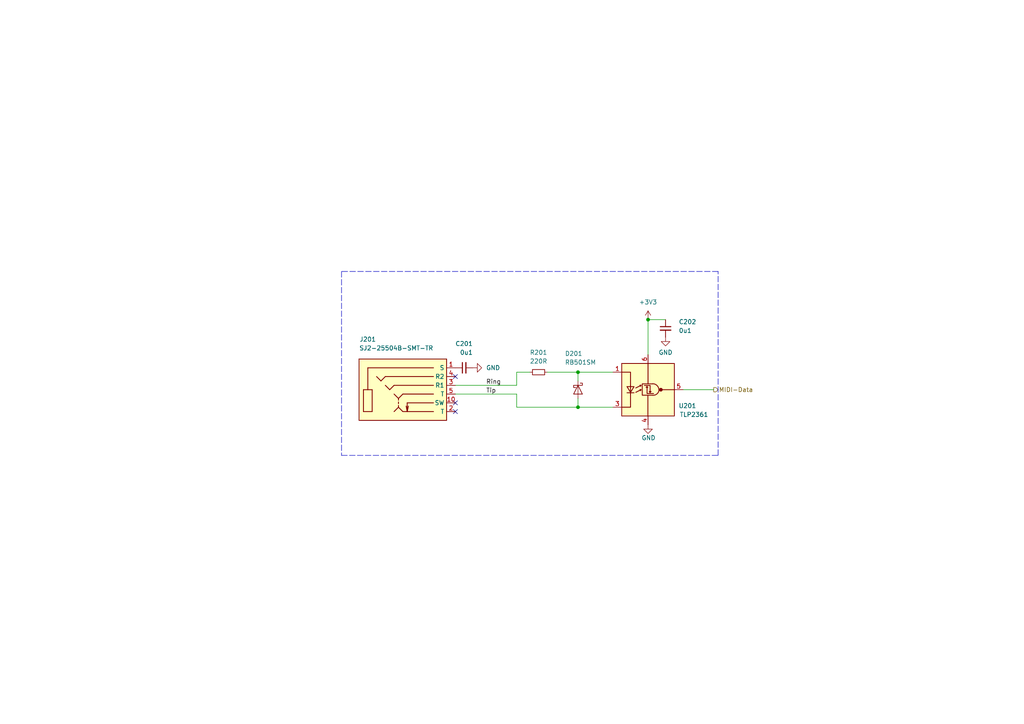
<source format=kicad_sch>
(kicad_sch (version 20230121) (generator eeschema)
  (paper "A4")
  (title_block (title "MIDI In") (date "2023-06-03") (rev "1"))
  (lib_symbols
    (symbol "Device:C_Small" (pin_numbers hide) (pin_names (offset 0.254) hide)
      (property "Reference" "C" (at 0.254 1.778 0))
      (property "Value" "C_Small" (at 0.254 -2.032 0))
      (symbol "C_Small_0_1"
        (polyline (pts (xy -1.524 -0.508) (xy 1.524 -0.508)) (stroke (width 0.3302)))
        (polyline (pts (xy -1.524 0.508) (xy 1.524 0.508)) (stroke (width 0.3048)))
      )
      (symbol "C_Small_1_1"
        (pin passive line (at 0 2.54 270) (length 2.032) (name "~") (number "1"))
        (pin passive line (at 0 -2.54 90) (length 2.032) (name "~") (number "2"))
      )
    )
    (symbol "Device:R_Small" (pin_numbers hide) (pin_names (offset 0.254) hide)
      (property "Reference" "R" (at 0.762 0.508 0))
      (property "Value" "R_Small" (at 0.762 -1.016 0))
      (symbol "R_Small_0_1"
        (rectangle (start -0.762 1.778) (end 0.762 -1.778) (stroke (width 0.2032)))
      )
      (symbol "R_Small_1_1"
        (pin passive line (at 0 2.54 270) (length 0.762) (name "~") (number "1"))
        (pin passive line (at 0 -2.54 90) (length 0.762) (name "~") (number "2"))
      )
    )
    (symbol "V2_Connector_Audio:SJ2-25504B-SMT-TR" (pin_names (offset 0.635))
      (property "Reference" "J" (at -12.4714 13.2334 0))
      (property "Value" "SJ2-25504B-SMT-TR" (at -12.7254 10.7696 0))
      (symbol "SJ2-25504B-SMT-TR_0_0"
        (rectangle (start -12.7 8.89) (end 12.7 -8.89) (stroke (width 0.254)) (fill (type background)))
        (polyline (pts (xy -8.89 -6.35) (xy -1.27 -6.35)) (stroke (width 0.254)))
        (polyline (pts (xy -8.89 -1.27) (xy 0 -1.27)) (stroke (width 0.254)))
        (polyline (pts (xy -8.89 3.81) (xy 5.08 3.81)) (stroke (width 0.254)))
        (polyline (pts (xy -1.27 -6.35) (xy -1.6002 -4.7752)) (stroke (width 0.254)))
        (polyline (pts (xy -1.27 -6.35) (xy -1.27 -3.81)) (stroke (width 0.254)))
        (polyline (pts (xy -1.27 -6.35) (xy -0.9652 -4.7752)) (stroke (width 0.254)))
        (polyline (pts (xy -1.27 -3.81) (xy -8.89 -3.81)) (stroke (width 0.254)))
        (polyline (pts (xy 0 -6.35) (xy -1.27 -6.35)) (stroke (width 0.254)))
        (polyline (pts (xy 0 -1.27) (xy 1.27 -2.54)) (stroke (width 0.254)))
        (polyline (pts (xy 1.27 -5.08) (xy 0 -6.35)) (stroke (width 0.254)))
        (polyline (pts (xy 1.27 -4.572) (xy 1.27 -5.08)) (stroke (width 0.254)))
        (polyline (pts (xy 1.27 -4.064) (xy 1.27 -3.556)) (stroke (width 0.254)))
        (polyline (pts (xy 1.27 -2.54) (xy 1.27 -3.048)) (stroke (width 0.254)))
        (polyline (pts (xy 1.27 -2.54) (xy 2.54 -1.27)) (stroke (width 0.254)))
        (polyline (pts (xy 2.54 -6.35) (xy 1.27 -5.08)) (stroke (width 0.254)))
        (polyline (pts (xy 2.54 1.27) (xy -8.89 1.27)) (stroke (width 0.254)))
        (polyline (pts (xy 2.54 1.27) (xy 3.81 0)) (stroke (width 0.254)))
        (polyline (pts (xy 3.81 0) (xy 5.08 1.27)) (stroke (width 0.254)))
        (polyline (pts (xy 6.35 2.54) (xy 5.08 3.81)) (stroke (width 0.254)))
        (polyline (pts (xy 7.62 3.81) (xy 6.35 2.54)) (stroke (width 0.254)))
        (polyline (pts (xy 8.89 -6.35) (xy 11.43 -6.35)) (stroke (width 0.254)))
        (polyline (pts (xy 8.89 0) (xy 8.89 -6.35)) (stroke (width 0.254)))
        (polyline (pts (xy 10.16 0) (xy 8.89 0)) (stroke (width 0.254)))
        (polyline (pts (xy 10.16 0) (xy 10.16 6.35)) (stroke (width 0.254)))
        (polyline (pts (xy 10.16 6.35) (xy -8.89 6.35)) (stroke (width 0.254)))
        (polyline (pts (xy 11.43 -6.35) (xy 11.43 0)) (stroke (width 0.254)))
        (polyline (pts (xy 11.43 0) (xy 10.16 0)) (stroke (width 0.254)))
        (pin passive line (at -15.24 6.35 0) (length 2.54) (name "S") (number "1"))
        (pin passive line (at -15.24 -3.81 0) (length 2.54) (name "SW") (number "10"))
        (pin passive line (at -15.24 -6.35 0) (length 2.54) (name "T") (number "2"))
        (pin passive line (at -15.24 1.27 0) (length 2.54) (name "R1") (number "3"))
        (pin passive line (at -15.24 3.81 0) (length 2.54) (name "R2") (number "4"))
        (pin passive line (at -15.24 -1.27 0) (length 2.54) (name "T") (number "5"))
      )
    )
    (symbol "V2_Diode:RB501SM" (pin_numbers hide) (pin_names hide)
      (property "Reference" "D" (at 0 2.54 0))
      (property "Value" "RB501SM" (at 0 -3.81 0))
      (symbol "RB501SM_0_1"
        (polyline (pts (xy 1.27 0) (xy -1.27 0)))
        (polyline (pts (xy 1.27 1.27) (xy 1.27 -1.27) (xy -1.27 0) (xy 1.27 1.27)) (stroke (width 0.2032)))
        (polyline (pts (xy -1.905 0.635) (xy -1.905 1.27) (xy -1.27 1.27) (xy -1.27 -1.27) (xy -0.635 -1.27) (xy -0.635 -0.635)) (stroke (width 0.2032)))
      )
      (symbol "RB501SM_1_1"
        (pin passive line (at -2.54 0 0) (length 1.27) (name "K") (number "1"))
        (pin passive line (at 2.54 0 180) (length 1.27) (name "A") (number "2"))
      )
    )
    (symbol "V2_Isolator:TLP2361" (pin_names (offset 1.016) hide)
      (property "Reference" "U" (at -7.112 8.89 0))
      (property "Value" "TLP2361" (at 1.016 9.144 0))
      (symbol "TLP2361_0_1"
        (rectangle (start -7.62 7.62) (end 7.62 -7.62) (stroke (width 0.254)) (fill (type background)))
        (polyline (pts (xy -6.096 -0.889) (xy -4.064 -0.889)) (stroke (width 0.254)))
        (polyline (pts (xy -5.08 -1.27) (xy -5.08 -0.9144)) (stroke (width 0.254)))
        (polyline (pts (xy -5.08 1.016) (xy -5.08 -0.762)) (stroke (width 0.254)))
        (polyline (pts (xy -5.08 1.27) (xy -5.08 0.9144)) (stroke (width 0.254)))
        (polyline (pts (xy -3.556 -0.762) (xy -2.032 0)) (stroke (width 0.254)))
        (polyline (pts (xy -3.556 0.508) (xy -2.032 1.27)) (stroke (width 0.254)))
        (polyline (pts (xy -2.032 0) (xy -2.3368 0.0508)) (stroke (width 0.254)))
        (polyline (pts (xy -2.032 0) (xy -2.1844 -0.3048)) (stroke (width 0.254)))
        (polyline (pts (xy -2.032 1.27) (xy -2.3368 1.3208)) (stroke (width 0.254)))
        (polyline (pts (xy -2.032 1.27) (xy -2.1844 0.9652)) (stroke (width 0.254)))
        (polyline (pts (xy -0.0508 -7.6962) (xy -0.0508 -1.7272)) (stroke (width 0.254)))
        (polyline (pts (xy 0 7.6454) (xy 0 1.8034)) (stroke (width 0.254)))
        (polyline (pts (xy 0.8382 -0.5334) (xy 0.5842 -0.8128)) (stroke (width 0.254)))
        (polyline (pts (xy 7.747 0) (xy 4.064 0)) (stroke (width 0.254)))
        (polyline (pts (xy -7.62 -5.08) (xy -5.08 -5.08) (xy -5.08 -1.27)) (stroke (width 0.254)))
        (polyline (pts (xy -5.08 1.27) (xy -5.08 5.08) (xy -7.62 5.08)) (stroke (width 0.254)))
        (polyline (pts (xy -0.2794 0.6604) (xy -0.2794 -1.1176) (xy 1.6002 -1.1176)) (stroke (width 0.254)))
        (polyline (pts (xy 0.5842 -0.7874) (xy 0.3302 -0.5334) (xy 0.8382 -0.5334)) (stroke (width 0.254)))
        (polyline (pts (xy 0.6096 -0.8128) (xy 0.6096 1.2446) (xy -1.0668 1.2446)) (stroke (width 0.254)))
        (polyline (pts (xy -6.096 0.889) (xy -4.064 0.889) (xy -5.08 -0.762) (xy -6.096 0.889)) (stroke (width 0.254)))
        (polyline (pts (xy -0.3048 0.9398) (xy -0.5588 0.6858) (xy -0.0508 0.6858) (xy -0.3048 0.9398)) (stroke (width 0.254)))
        (polyline (pts (xy 1.3716 1.7018) (xy -1.6764 1.7018) (xy -1.6764 -1.6002) (xy 1.3716 -1.6002)) (stroke (width 0.254)))
        (arc (start 1.397 -1.6002) (mid 2.6016 -1.2064) (end 3.175 -0.0762) (stroke (width 0.254)))
        (arc (start 3.1496 -0.0508) (mid 2.6235 1.2011) (end 1.3716 1.7272) (stroke (width 0.254)))
        (circle (center 3.7084 0) (radius 0.4572) (fill (type outline)))
      )
      (symbol "TLP2361_1_1"
        (pin passive line (at -10.16 5.08 0) (length 2.54) (name "A") (number "1"))
        (pin no_connect line (at 3.81 -24.13 0) (length 2.54) hide (name "NC") (number "2"))
        (pin passive line (at -10.16 -5.08 0) (length 2.54) (name "K") (number "3"))
        (pin power_in line (at 0 -10.16 90) (length 2.54) (name "GND") (number "4"))
        (pin output line (at 10.16 0 180) (length 2.54) (name "VO") (number "5"))
        (pin power_in line (at 0 10.16 270) (length 2.54) (name "VDD") (number "6"))
      )
    )
    (symbol "power:+3V3" (power) (pin_names (offset 0))
      (property "Value" "+3V3" (at 0 3.556 0))
      (symbol "+3V3_0_1"
        (polyline (pts (xy -0.762 1.27) (xy 0 2.54)))
        (polyline (pts (xy 0 0) (xy 0 2.54)))
        (polyline (pts (xy 0 2.54) (xy 0.762 1.27)))
      )
      (symbol "+3V3_1_1"
        (pin power_in line (at 0 0 90) (length 0) hide (name "+3V3") (number "1"))
      )
    )
    (symbol "power:GND" (power) (pin_names (offset 0))
      (property "Value" "GND" (at 0 -3.81 0))
      (symbol "GND_0_1"
        (polyline (pts (xy 0 0) (xy 0 -1.27) (xy 1.27 -1.27) (xy 0 -2.54) (xy -1.27 -1.27) (xy 0 -1.27)))
      )
      (symbol "GND_1_1"
        (pin power_in line (at 0 0 270) (length 0) hide (name "GND") (number "1"))
      )
    )
  )
  (junction (at 187.96 92.71))
  (junction (at 167.64 118.11))
  (junction (at 167.64 107.95))
  (no_connect (at 132.08 116.84))
  (no_connect (at 132.08 109.22))
  (no_connect (at 132.08 119.38))
  (wire (pts (xy 149.86 118.11) (xy 167.64 118.11)))
  (wire (pts (xy 149.86 111.76) (xy 132.08 111.76)))
  (wire (pts (xy 149.86 107.95) (xy 149.86 111.76)))
  (wire (pts (xy 158.75 107.95) (xy 167.64 107.95)))
  (wire (pts (xy 167.64 118.11) (xy 177.8 118.11)))
  (polyline (pts (xy 208.28 78.74) (xy 99.06 78.74)) (stroke (width 0) (type dash)))
  (wire (pts (xy 167.64 107.95) (xy 177.8 107.95)))
  (wire (pts (xy 198.12 113.03) (xy 207.01 113.03)))
  (wire (pts (xy 167.64 107.95) (xy 167.64 110.49)))
  (wire (pts (xy 132.08 114.3) (xy 149.86 114.3)))
  (wire (pts (xy 187.96 92.71) (xy 187.96 102.87)))
  (wire (pts (xy 149.86 114.3) (xy 149.86 118.11)))
  (wire (pts (xy 167.64 115.57) (xy 167.64 118.11)))
  (wire (pts (xy 153.67 107.95) (xy 149.86 107.95)))
  (polyline (pts (xy 208.28 132.08) (xy 208.28 78.74)) (stroke (width 0) (type dash)))
  (wire (pts (xy 187.96 92.71) (xy 193.04 92.71)))
  (polyline (pts (xy 99.06 132.08) (xy 208.28 132.08)) (stroke (width 0) (type dash)))
  (polyline (pts (xy 99.06 78.74) (xy 99.06 132.08)) (stroke (width 0) (type dash)))
  (label "Ring" (at 140.97 111.76 0))
  (label "Tip" (at 140.97 114.3 0))
  (hierarchical_label "MIDI-Data" (shape output) (at 207.01 113.03 0))
  (symbol (lib_id "power:GND") (at 187.96 123.19 0) (unit 1)
    (property "Reference" "#PWR0203" (effects hide))
    (property "Value" "GND" (at 186.055 126.9999 0) (effects (justify left)))
  )
  (symbol (lib_id "Device:R_Small") (at 156.21 107.95 90) (unit 1)
    (property "Reference" "R201" (at 156.21 102.235 90))
    (property "Value" "220R" (at 156.21 104.775 90))
    (property "Footprint" "Resistor_SMD:R_0603_1608Metric" (effects hide))
  )
  (symbol (lib_id "power:GND") (at 137.16 106.68 90) (unit 1)
    (property "Reference" "#PWR0201" (effects hide))
    (property "Value" "GND" (at 140.97 106.6799 90) (effects (justify right)))
  )
  (symbol (lib_id "Device:C_Small") (at 134.62 106.68 90) (unit 1)
    (property "Reference" "C201" (at 137.1662 99.695 90) (effects (justify left)))
    (property "Value" "0u1" (at 137.1662 102.235 90) (effects (justify left)))
    (property "Footprint" "Capacitor_SMD:C_0603_1608Metric" (effects hide))
  )
  (symbol (lib_id "V2_Diode:RB501SM") (at 167.64 113.03 270) (unit 1)
    (property "Reference" "D201" (at 163.83 102.5524 90) (effects (justify left)))
    (property "Value" "RB501SM" (at 163.83 105.0924 90) (effects (justify left)))
    (property "Footprint" "Diode_SMD:D_SOD-523" (effects hide))
  )
  (symbol (lib_id "V2_Isolator:TLP2361") (at 187.96 113.03 0) (unit 1)
    (property "Reference" "U201" (at 199.39 117.7036 0))
    (property "Value" "TLP2361" (at 201.295 120.2436 0))
    (property "Footprint" "Package_SO:SO-6_4.4x3.6mm_P1.27mm" (effects hide))
  )
  (symbol (lib_id "Device:C_Small") (at 193.04 95.25 0) (unit 1)
    (property "Reference" "C202" (at 196.85 93.3512 0) (effects (justify left)))
    (property "Value" "0u1" (at 196.85 95.8912 0) (effects (justify left)))
    (property "Footprint" "Capacitor_SMD:C_0603_1608Metric" (effects hide))
  )
  (symbol (lib_id "V2_Connector_Audio:SJ2-25504B-SMT-TR") (at 116.84 113.03 0) (mirror y) (unit 1)
    (property "Reference" "J201" (at 106.68 98.425 0))
    (property "Value" "SJ2-25504B-SMT-TR" (at 114.935 100.965 0))
    (property "Footprint" "V2_Connector_Audio:CUI_SJ2-25504B-SMT-TR" (effects hide))
    (property "Sim.Enable" "0" (effects hide))
  )
  (symbol (lib_id "power:+3V3") (at 187.96 92.71 0) (unit 1)
    (property "Reference" "#PWR0202" (effects hide))
    (property "Value" "+3V3" (at 187.96 87.63 0))
  )
  (symbol (lib_id "power:GND") (at 193.04 97.79 0) (unit 1)
    (property "Reference" "#PWR0204" (effects hide))
    (property "Value" "GND" (at 193.04 102.235 0))
  )
)
</source>
